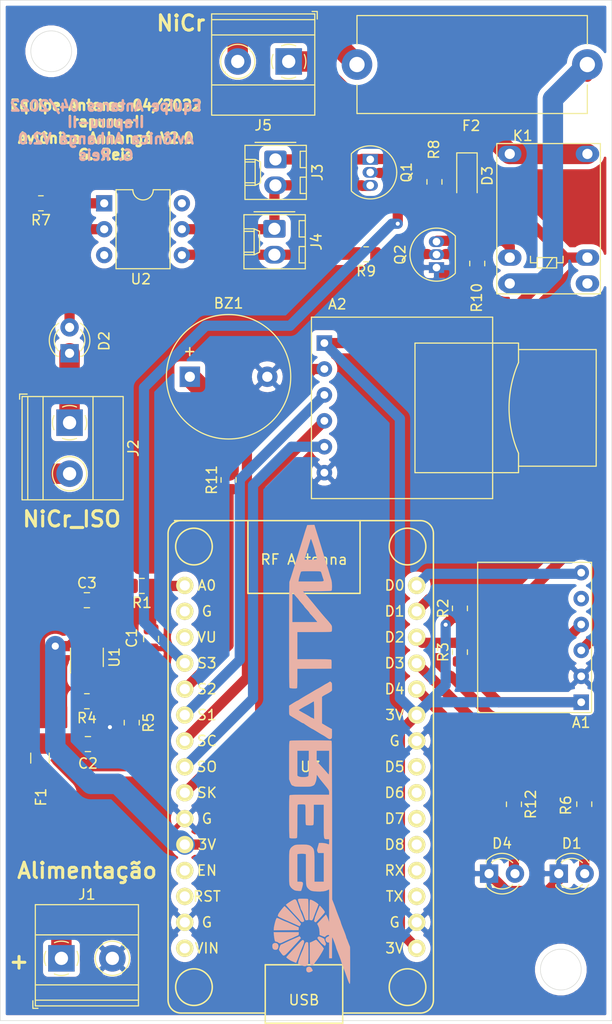
<source format=kicad_pcb>
(kicad_pcb (version 20171130) (host pcbnew 5.1.12-84ad8e8a86~92~ubuntu16.04.1)
  (layers (0 F.Cu signal) (31 B.Cu signal) (34 B.Paste user) (35 F.Paste user) (36 B.SilkS user) (37 F.SilkS user) (38 B.Mask user) (39 F.Mask user) (44 Edge.Cuts user))
  (net 0 "")
  (net 1 /3V3)
  (net 2 GND)
  (net 3 /SCL_MASTER)
  (net 4 /SDA_MASTER)
  (net 5 "Net-(A1-Pad5)")
  (net 6 /SD0_BMP280)
  (net 7 /CS)
  (net 8 /MOSI)
  (net 9 /SCLK)
  (net 10 /MISO)
  (net 11 "Net-(BZ1-Pad1)")
  (net 12 /ADC)
  (net 13 "Net-(C2-Pad1)")
  (net 14 "Net-(D1-Pad2)")
  (net 15 "Net-(D2-Pad2)")
  (net 16 /GND_ISO)
  (net 17 "Net-(D3-Pad2)")
  (net 18 "Net-(D4-Pad2)")
  (net 19 /Vbat)
  (net 20 "Net-(F2-Pad1)")
  (net 21 "Net-(F2-Pad2)")
  (net 22 /NiCr_ISO)
  (net 23 "Net-(J3-Pad2)")
  (net 24 "Net-(J4-Pad2)")
  (net 25 "Net-(J5-Pad1)")
  (net 26 "Net-(K1-Pad1)")
  (net 27 "Net-(Q1-Pad2)")
  (net 28 "Net-(Q2-Pad2)")
  (net 29 "Net-(R4-Pad1)")
  (net 30 /LedAcionamento)
  (net 31 "Net-(R7-Pad1)")
  (net 32 /IGN)
  (net 33 /Buzzer)
  (net 34 /LedStatus)
  (net 35 "Net-(U2-Pad3)")
  (net 36 "Net-(U2-Pad6)")
  (net 37 "Net-(U3-Pad2)")
  (net 38 "Net-(U3-Pad3)")
  (net 39 "Net-(U3-Pad12)")
  (net 40 "Net-(U3-Pad13)")
  (net 41 "Net-(U3-Pad15)")
  (net 42 "Net-(U3-Pad18)")
  (net 43 "Net-(U3-Pad19)")
  (net 44 "Net-(U3-Pad20)")
  (net 45 "Net-(U3-Pad21)")
  (net 46 "Net-(U3-Pad22)")
  (net 47 "Net-(U3-Pad23)")
  (net 48 "Net-(U1-Pad4)")
  (module Relay_THT:Relay_SPDT_HJR-4102 (layer F.Cu) (at 145.29 61.76)
    (fp_text reference K1 (at 1.27 -1.778) (layer F.SilkS))
    (fp_text value HK4100F-DC3V-SHG)
    (pad 5 thru_hole oval (at 7.62 0) (size 2.3 1.6) (drill 1) (layers *.Cu *.Mask) (net 25 "Net-(J5-Pad1)"))
    (pad 2 thru_hole oval (at 7.62 10.16) (size 2.3 1.6) (drill 1) (layers *.Cu *.Mask) (net 1 /3V3))
    (pad 6 thru_hole oval (at 0 0) (size 2.3 1.6) (drill 1) (layers *.Cu *.Mask) (net 25 "Net-(J5-Pad1)"))
    (pad 9 thru_hole oval (at 0 10.16) (size 2.3 1.6) (drill 1) (layers *.Cu *.Mask) (net 17 "Net-(D3-Pad2)"))
    (pad 1 thru_hole oval (at 7.62 12.7) (size 2.3 1.6) (drill 1) (layers *.Cu *.Mask) (net 26 "Net-(K1-Pad1)"))
    (pad 10 thru_hole oval (at 0 12.7) (size 2.3 1.6) (drill 1) (layers *.Cu *.Mask) (net 21 "Net-(F2-Pad2)"))
  )
  (module Logos:LogoIcaro (layer B.Cu) (at 125.78 120.59 270)
    (fp_text reference G*** hide)
    (fp_text value LOGO hide)
  )
  (module CharlesLabs:BMP280_Module (layer F.Cu) (at 152.3 115.5 180)
    (fp_text reference A1 (at 0 -2) (layer F.SilkS))
    (fp_text value BMP280_Module)
    (pad 1 thru_hole rect (at 0 0 180) (size 1.524 1.524) (drill 0.762) (layers *.Cu *.Mask) (net 1 /3V3))
    (pad 2 thru_hole circle (at 0 2.54 180) (size 1.524 1.524) (drill 0.762) (layers *.Cu *.Mask) (net 2 GND))
    (pad 3 thru_hole circle (at 0 5.08 180) (size 1.524 1.524) (drill 0.762) (layers *.Cu *.Mask) (net 3 /SCL_MASTER))
    (pad 4 thru_hole circle (at 0 7.62 180) (size 1.524 1.524) (drill 0.762) (layers *.Cu *.Mask) (net 4 /SDA_MASTER))
    (pad 5 thru_hole circle (at 0 10.16 180) (size 1.524 1.524) (drill 0.762) (layers *.Cu *.Mask) (net 5 "Net-(A1-Pad5)"))
    (pad 6 thru_hole circle (at 0 12.7 180) (size 1.524 1.524) (drill 0.762) (layers *.Cu *.Mask) (net 6 /SD0_BMP280))
  )
  (module CharlesLabs:SD_Card_Module (layer F.Cu) (at 127.1 80.3)
    (fp_text reference A2 (at 1.27 -3.81) (layer F.SilkS))
    (fp_text value SD_Card_Module)
    (pad 1 thru_hole rect (at 0 0) (size 1.524 1.524) (drill 0.762) (layers *.Cu *.Mask) (net 1 /3V3))
    (pad 2 thru_hole circle (at 0 2.54) (size 1.524 1.524) (drill 0.762) (layers *.Cu *.Mask) (net 7 /CS))
    (pad 3 thru_hole circle (at 0 5.08) (size 1.524 1.524) (drill 0.762) (layers *.Cu *.Mask) (net 8 /MOSI))
    (pad 4 thru_hole circle (at 0 7.62) (size 1.524 1.524) (drill 0.762) (layers *.Cu *.Mask) (net 9 /SCLK))
    (pad 5 thru_hole circle (at 0 10.16) (size 1.524 1.524) (drill 0.762) (layers *.Cu *.Mask) (net 10 /MISO))
    (pad 6 thru_hole circle (at 0 12.7) (size 1.524 1.524) (drill 0.762) (layers *.Cu *.Mask) (net 2 GND))
  )
  (module Buzzer_Beeper:Buzzer_12x9.5RM7.6 (layer F.Cu) (at 113.9 83.6)
    (fp_text reference BZ1 (at 3.8 -7.2) (layer F.SilkS))
    (fp_text value Buzzer)
    (fp_text user + (at -0.01 -2.54) (layer F.SilkS))
    (pad 1 thru_hole rect (at 0 0) (size 2 2) (drill 1) (layers *.Cu *.Mask) (net 11 "Net-(BZ1-Pad1)"))
    (pad 2 thru_hole circle (at 7.6 0) (size 2 2) (drill 1) (layers *.Cu *.Mask) (net 2 GND))
  )
  (module Capacitor_SMD:C_0805_2012Metric (layer F.Cu) (at 110.1 109.3 270)
    (fp_text reference C1 (at -0.1 1.9 90) (layer F.SilkS))
    (fp_text value 100n)
    (pad 2 smd roundrect (at 0.95 0 270) (size 1 1.45) (layers F.Cu F.Paste F.Mask) (net 2 GND))
    (pad 1 smd roundrect (at -0.95 0 270) (size 1 1.45) (layers F.Cu F.Paste F.Mask) (net 12 /ADC))
  )
  (module Capacitor_SMD:C_0805_2012Metric (layer F.Cu) (at 103.9 119.6)
    (fp_text reference C2 (at 0 1.9) (layer F.SilkS))
    (fp_text value 10u)
    (pad 1 smd roundrect (at -0.95 0) (size 1 1.45) (layers F.Cu F.Paste F.Mask) (net 13 "Net-(C2-Pad1)"))
    (pad 2 smd roundrect (at 0.95 0) (size 1 1.45) (layers F.Cu F.Paste F.Mask) (net 2 GND))
  )
  (module Capacitor_SMD:C_0805_2012Metric (layer F.Cu) (at 103.8 105.5)
    (fp_text reference C3 (at 0 -1.68) (layer F.SilkS))
    (fp_text value 10u)
    (pad 1 smd roundrect (at -0.95 0) (size 1 1.45) (layers F.Cu F.Paste F.Mask) (net 1 /3V3))
    (pad 2 smd roundrect (at 0.95 0) (size 1 1.45) (layers F.Cu F.Paste F.Mask) (net 2 GND))
  )
  (module LED_THT:LED_D3.0mm (layer F.Cu) (at 150.1 132.3)
    (fp_text reference D1 (at 1.27 -2.96) (layer F.SilkS))
    (fp_text value Green)
    (pad 1 thru_hole rect (at 0 0) (size 1.8 1.8) (drill 0.9) (layers *.Cu *.Mask) (net 2 GND))
    (pad 2 thru_hole circle (at 2.54 0) (size 1.8 1.8) (drill 0.9) (layers *.Cu *.Mask) (net 14 "Net-(D1-Pad2)"))
  )
  (module LED_THT:LED_D3.0mm (layer F.Cu) (at 102.1 81.3 90)
    (fp_text reference D2 (at 1.2 3.4 90) (layer F.SilkS))
    (fp_text value Red)
    (pad 2 thru_hole circle (at 2.54 0 90) (size 1.8 1.8) (drill 0.9) (layers *.Cu *.Mask) (net 15 "Net-(D2-Pad2)"))
    (pad 1 thru_hole rect (at 0 0 90) (size 1.8 1.8) (drill 0.9) (layers *.Cu *.Mask) (net 16 /GND_ISO))
  )
  (module Diode_SMD:D_SOD-123 (layer F.Cu) (at 141.09 63.91 270)
    (fp_text reference D3 (at 0 -2 90) (layer F.SilkS))
    (fp_text value 1N4148)
    (pad 1 smd rect (at -1.65 0 270) (size 0.9 1.2) (layers F.Cu F.Paste F.Mask) (net 1 /3V3))
    (pad 2 smd rect (at 1.65 0 270) (size 0.9 1.2) (layers F.Cu F.Paste F.Mask) (net 17 "Net-(D3-Pad2)"))
  )
  (module LED_THT:LED_D3.0mm (layer F.Cu) (at 143.26 132.3)
    (fp_text reference D4 (at 1.27 -2.96) (layer F.SilkS))
    (fp_text value Green)
    (pad 1 thru_hole rect (at 0 0) (size 1.8 1.8) (drill 0.9) (layers *.Cu *.Mask) (net 2 GND))
    (pad 2 thru_hole circle (at 2.54 0) (size 1.8 1.8) (drill 0.9) (layers *.Cu *.Mask) (net 18 "Net-(D4-Pad2)"))
  )
  (module Fuse:Fuse_1206_3216Metric_Castellated (layer F.Cu) (at 99.2 120.975 270)
    (fp_text reference F1 (at 3.825 -0.1 90) (layer F.SilkS))
    (fp_text value Polyfuse_Small)
    (pad 1 smd roundrect (at -1.425 0 270) (size 1.6 1.65) (layers F.Cu F.Paste F.Mask) (roundrect_rratio 0.15625) (net 13 "Net-(C2-Pad1)"))
    (pad 2 smd roundrect (at 1.425 0 270) (size 1.6 1.65) (layers F.Cu F.Paste F.Mask) (roundrect_rratio 0.15625) (net 19 /Vbat))
  )
  (module Fuse:Fuseholder_Cylinder-5x20mm_Stelvio-Kontek_PTF78_Horizontal_Open (layer F.Cu) (at 130.3 53)
    (fp_text reference F2 (at 11.2 6) (layer F.SilkS))
    (fp_text value Fuse)
    (pad 1 thru_hole circle (at 0 0) (size 3 3) (drill 1.5) (layers *.Cu *.Mask) (net 20 "Net-(F2-Pad1)"))
    (pad 2 thru_hole circle (at 22.6 0) (size 3 3) (drill 1.5) (layers *.Cu *.Mask) (net 21 "Net-(F2-Pad2)"))
  )
  (module TerminalBlock_Phoenix:TerminalBlock_Phoenix_MKDS-1,5-2_1x02_P5.00mm_Horizontal (layer F.Cu) (at 101.3 140.6)
    (fp_text reference J1 (at 2.5 -6.26) (layer F.SilkS))
    (fp_text value Screw_Terminal_01x02)
    (pad 2 thru_hole circle (at 5 0) (size 2.6 2.6) (drill 1.3) (layers *.Cu *.Mask) (net 2 GND))
    (pad 1 thru_hole rect (at 0 0) (size 2.6 2.6) (drill 1.3) (layers *.Cu *.Mask) (net 19 /Vbat))
  )
  (module TerminalBlock_Phoenix:TerminalBlock_Phoenix_MKDS-1,5-2_1x02_P5.00mm_Horizontal (layer F.Cu) (at 102.1 88.1 270)
    (fp_text reference J2 (at 2.5 -6.26 90) (layer F.SilkS))
    (fp_text value Screw_Terminal_01x02)
    (pad 1 thru_hole rect (at 0 0 270) (size 2.6 2.6) (drill 1.3) (layers *.Cu *.Mask) (net 16 /GND_ISO))
    (pad 2 thru_hole circle (at 5 0 270) (size 2.6 2.6) (drill 1.3) (layers *.Cu *.Mask) (net 22 /NiCr_ISO))
  )
  (module Connector_Molex:Molex_KK-254_AE-6410-02A_1x02_P2.54mm_Vertical (layer F.Cu) (at 122.3 62.3 270)
    (fp_text reference J3 (at 1.27 -4.12 90) (layer F.SilkS))
    (fp_text value Header_1x2)
    (pad 2 thru_hole oval (at 2.54 0 270) (size 1.74 2.19) (drill 1.19) (layers *.Cu *.Mask) (net 23 "Net-(J3-Pad2)"))
    (pad 1 thru_hole roundrect (at 0 0 270) (size 1.74 2.19) (drill 1.19) (layers *.Cu *.Mask) (roundrect_rratio 0.1436775862068966) (net 1 /3V3))
  )
  (module Connector_Molex:Molex_KK-254_AE-6410-02A_1x02_P2.54mm_Vertical (layer F.Cu) (at 122.2 69.1 270)
    (fp_text reference J4 (at 1.27 -4.12 90) (layer F.SilkS))
    (fp_text value Header_1x2)
    (pad 1 thru_hole roundrect (at 0 0 270) (size 1.74 2.19) (drill 1.19) (layers *.Cu *.Mask) (roundrect_rratio 0.1436775862068966) (net 23 "Net-(J3-Pad2)"))
    (pad 2 thru_hole oval (at 2.54 0 270) (size 1.74 2.19) (drill 1.19) (layers *.Cu *.Mask) (net 24 "Net-(J4-Pad2)"))
  )
  (module TerminalBlock_Phoenix:TerminalBlock_Phoenix_MKDS-1,5-2_1x02_P5.00mm_Horizontal (layer F.Cu) (at 123.6 52.7 180)
    (fp_text reference J5 (at 2.5 -6.26) (layer F.SilkS))
    (fp_text value Screw_Terminal_01x02)
    (pad 1 thru_hole rect (at 0 0 180) (size 2.6 2.6) (drill 1.3) (layers *.Cu *.Mask) (net 25 "Net-(J5-Pad1)"))
    (pad 2 thru_hole circle (at 5 0 180) (size 2.6 2.6) (drill 1.3) (layers *.Cu *.Mask) (net 20 "Net-(F2-Pad1)"))
  )
  (module Package_TO_SOT_THT:TO-92_Inline (layer F.Cu) (at 131.6 62.3 270)
    (fp_text reference Q1 (at 1.27 -3.56 90) (layer F.SilkS))
    (fp_text value 2N3906)
    (pad 2 thru_hole oval (at 1.27 0 270) (size 1.05 1.5) (drill 0.75) (layers *.Cu *.Mask) (net 27 "Net-(Q1-Pad2)"))
    (pad 3 thru_hole oval (at 2.54 0 270) (size 1.05 1.5) (drill 0.75) (layers *.Cu *.Mask) (net 23 "Net-(J3-Pad2)"))
    (pad 1 thru_hole rect (at 0 0 270) (size 1.05 1.5) (drill 0.75) (layers *.Cu *.Mask) (net 1 /3V3))
  )
  (module Package_TO_SOT_THT:TO-92_Inline (layer F.Cu) (at 138.1 72.9 90)
    (fp_text reference Q2 (at 1.27 -3.56 90) (layer F.SilkS))
    (fp_text value PN2222A)
    (pad 1 thru_hole rect (at 0 0 90) (size 1.05 1.5) (drill 0.75) (layers *.Cu *.Mask) (net 2 GND))
    (pad 3 thru_hole oval (at 2.54 0 90) (size 1.05 1.5) (drill 0.75) (layers *.Cu *.Mask) (net 17 "Net-(D3-Pad2)"))
    (pad 2 thru_hole oval (at 1.27 0 90) (size 1.05 1.5) (drill 0.75) (layers *.Cu *.Mask) (net 28 "Net-(Q2-Pad2)"))
  )
  (module Resistor_SMD:R_0805_2012Metric (layer F.Cu) (at 109.2 104.1 180)
    (fp_text reference R1 (at 0 -1.65) (layer F.SilkS))
    (fp_text value 1M)
    (pad 2 smd roundrect (at 0.9125 0 180) (size 1.025 1.4) (layers F.Cu F.Paste F.Mask) (roundrect_rratio 0.2439014634146341) (net 19 /Vbat))
    (pad 1 smd roundrect (at -0.9125 0 180) (size 1.025 1.4) (layers F.Cu F.Paste F.Mask) (roundrect_rratio 0.2439014634146341) (net 12 /ADC))
  )
  (module Resistor_SMD:R_0805_2012Metric (layer F.Cu) (at 140.4 106.3 90)
    (fp_text reference R2 (at 0 -1.65 90) (layer F.SilkS))
    (fp_text value 4.7K)
    (pad 2 smd roundrect (at 0.9125 0 90) (size 1.025 1.4) (layers F.Cu F.Paste F.Mask) (roundrect_rratio 0.2439014634146341) (net 3 /SCL_MASTER))
    (pad 1 smd roundrect (at -0.9125 0 90) (size 1.025 1.4) (layers F.Cu F.Paste F.Mask) (roundrect_rratio 0.2439014634146341) (net 1 /3V3))
  )
  (module Resistor_SMD:R_0805_2012Metric (layer F.Cu) (at 140.4 110.5875 90)
    (fp_text reference R3 (at 0 -1.65 90) (layer F.SilkS))
    (fp_text value 4.7K)
    (pad 1 smd roundrect (at -0.9125 0 90) (size 1.025 1.4) (layers F.Cu F.Paste F.Mask) (roundrect_rratio 0.2439014634146341) (net 1 /3V3))
    (pad 2 smd roundrect (at 0.9125 0 90) (size 1.025 1.4) (layers F.Cu F.Paste F.Mask) (roundrect_rratio 0.2439014634146341) (net 4 /SDA_MASTER))
  )
  (module Resistor_SMD:R_0805_2012Metric (layer F.Cu) (at 103.8 115.4 180)
    (fp_text reference R4 (at 0 -1.65) (layer F.SilkS))
    (fp_text value 0)
    (pad 2 smd roundrect (at 0.9125 0 180) (size 1.025 1.4) (layers F.Cu F.Paste F.Mask) (roundrect_rratio 0.2439014634146341) (net 13 "Net-(C2-Pad1)"))
    (pad 1 smd roundrect (at -0.9125 0 180) (size 1.025 1.4) (layers F.Cu F.Paste F.Mask) (roundrect_rratio 0.2439014634146341) (net 29 "Net-(R4-Pad1)"))
  )
  (module Resistor_SMD:R_0805_2012Metric (layer F.Cu) (at 108.2 117.5 270)
    (fp_text reference R5 (at 0 -1.65 90) (layer F.SilkS))
    (fp_text value 1M)
    (pad 1 smd roundrect (at -0.9125 0 270) (size 1.025 1.4) (layers F.Cu F.Paste F.Mask) (roundrect_rratio 0.2439014634146341) (net 29 "Net-(R4-Pad1)"))
    (pad 2 smd roundrect (at 0.9125 0 270) (size 1.025 1.4) (layers F.Cu F.Paste F.Mask) (roundrect_rratio 0.2439014634146341) (net 2 GND))
  )
  (module Resistor_SMD:R_0805_2012Metric (layer F.Cu) (at 152.6 125.4875 270)
    (fp_text reference R6 (at 0.1125 1.8 90) (layer F.SilkS))
    (fp_text value 125)
    (pad 1 smd roundrect (at -0.9125 0 270) (size 1.025 1.4) (layers F.Cu F.Paste F.Mask) (roundrect_rratio 0.2439014634146341) (net 30 /LedAcionamento))
    (pad 2 smd roundrect (at 0.9125 0 270) (size 1.025 1.4) (layers F.Cu F.Paste F.Mask) (roundrect_rratio 0.2439014634146341) (net 14 "Net-(D1-Pad2)"))
  )
  (module Resistor_SMD:R_0805_2012Metric (layer F.Cu) (at 99.2875 66.6 180)
    (fp_text reference R7 (at 0 -1.65) (layer F.SilkS))
    (fp_text value 75)
    (pad 1 smd roundrect (at -0.9125 0 180) (size 1.025 1.4) (layers F.Cu F.Paste F.Mask) (roundrect_rratio 0.2439014634146341) (net 31 "Net-(R7-Pad1)"))
    (pad 2 smd roundrect (at 0.9125 0 180) (size 1.025 1.4) (layers F.Cu F.Paste F.Mask) (roundrect_rratio 0.2439014634146341) (net 22 /NiCr_ISO))
  )
  (module Resistor_SMD:R_0805_2012Metric (layer F.Cu) (at 137.9 64.5 270)
    (fp_text reference R8 (at -3.17 0.05 90) (layer F.SilkS))
    (fp_text value 3.3K)
    (pad 2 smd roundrect (at 0.9125 0 270) (size 1.025 1.4) (layers F.Cu F.Paste F.Mask) (roundrect_rratio 0.2439014634146341) (net 32 /IGN))
    (pad 1 smd roundrect (at -0.9125 0 270) (size 1.025 1.4) (layers F.Cu F.Paste F.Mask) (roundrect_rratio 0.2439014634146341) (net 27 "Net-(Q1-Pad2)"))
  )
  (module Resistor_SMD:R_0805_2012Metric (layer F.Cu) (at 131.2 71.6 180)
    (fp_text reference R9 (at 0 -1.65) (layer F.SilkS))
    (fp_text value 330)
    (pad 2 smd roundrect (at 0.9125 0 180) (size 1.025 1.4) (layers F.Cu F.Paste F.Mask) (roundrect_rratio 0.2439014634146341) (net 24 "Net-(J4-Pad2)"))
    (pad 1 smd roundrect (at -0.9125 0 180) (size 1.025 1.4) (layers F.Cu F.Paste F.Mask) (roundrect_rratio 0.2439014634146341) (net 28 "Net-(Q2-Pad2)"))
  )
  (module Resistor_SMD:R_0805_2012Metric (layer F.Cu) (at 142.1 72.5 270)
    (fp_text reference R10 (at 3.36 0.05 90) (layer F.SilkS))
    (fp_text value 10K)
    (pad 1 smd roundrect (at -0.9125 0 270) (size 1.025 1.4) (layers F.Cu F.Paste F.Mask) (roundrect_rratio 0.2439014634146341) (net 28 "Net-(Q2-Pad2)"))
    (pad 2 smd roundrect (at 0.9125 0 270) (size 1.025 1.4) (layers F.Cu F.Paste F.Mask) (roundrect_rratio 0.2439014634146341) (net 2 GND))
  )
  (module Resistor_SMD:R_0805_2012Metric (layer F.Cu) (at 117.7 93.7125 90)
    (fp_text reference R11 (at 0 -1.65 90) (layer F.SilkS))
    (fp_text value 100)
    (pad 1 smd roundrect (at -0.9125 0 90) (size 1.025 1.4) (layers F.Cu F.Paste F.Mask) (roundrect_rratio 0.2439014634146341) (net 33 /Buzzer))
    (pad 2 smd roundrect (at 0.9125 0 90) (size 1.025 1.4) (layers F.Cu F.Paste F.Mask) (roundrect_rratio 0.2439014634146341) (net 11 "Net-(BZ1-Pad1)"))
  )
  (module Resistor_SMD:R_0805_2012Metric (layer F.Cu) (at 145.7 125.5 270)
    (fp_text reference R12 (at 0 -1.65 90) (layer F.SilkS))
    (fp_text value 125)
    (pad 2 smd roundrect (at 0.9125 0 270) (size 1.025 1.4) (layers F.Cu F.Paste F.Mask) (roundrect_rratio 0.2439014634146341) (net 18 "Net-(D4-Pad2)"))
    (pad 1 smd roundrect (at -0.9125 0 270) (size 1.025 1.4) (layers F.Cu F.Paste F.Mask) (roundrect_rratio 0.2439014634146341) (net 34 /LedStatus))
  )
  (module Package_TO_SOT_SMD:SOT-23-5 (layer F.Cu) (at 103.8 111.1 90)
    (fp_text reference U1 (at 0 2.7 90) (layer F.SilkS))
    (fp_text value ME6217C33M5G)
    (pad 1 smd rect (at -1.1 -0.95 90) (size 1.06 0.65) (layers F.Cu F.Paste F.Mask) (net 29 "Net-(R4-Pad1)"))
    (pad 2 smd rect (at -1.1 0 90) (size 1.06 0.65) (layers F.Cu F.Paste F.Mask) (net 2 GND))
    (pad 3 smd rect (at -1.1 0.95 90) (size 1.06 0.65) (layers F.Cu F.Paste F.Mask) (net 13 "Net-(C2-Pad1)"))
    (pad 4 smd rect (at 1.1 0.95 90) (size 1.06 0.65) (layers F.Cu F.Paste F.Mask) (net 48 "Net-(U1-Pad4)"))
    (pad 5 smd rect (at 1.1 -0.95 90) (size 1.06 0.65) (layers F.Cu F.Paste F.Mask) (net 1 /3V3))
  )
  (module Package_DIP:DIP-6_W7.62mm (layer F.Cu) (at 105.5 66.6)
    (fp_text reference U2 (at 3.59 7.43) (layer F.SilkS))
    (fp_text value 4N32M)
    (pad 1 thru_hole rect (at 0 0) (size 1.6 1.6) (drill 0.8) (layers *.Cu *.Mask) (net 31 "Net-(R7-Pad1)"))
    (pad 4 thru_hole oval (at 7.62 5.08) (size 1.6 1.6) (drill 0.8) (layers *.Cu *.Mask) (net 24 "Net-(J4-Pad2)"))
    (pad 2 thru_hole oval (at 0 2.54) (size 1.6 1.6) (drill 0.8) (layers *.Cu *.Mask) (net 15 "Net-(D2-Pad2)"))
    (pad 5 thru_hole oval (at 7.62 2.54) (size 1.6 1.6) (drill 0.8) (layers *.Cu *.Mask) (net 23 "Net-(J3-Pad2)"))
    (pad 3 thru_hole oval (at 0 5.08) (size 1.6 1.6) (drill 0.8) (layers *.Cu *.Mask) (net 35 "Net-(U2-Pad3)"))
    (pad 6 thru_hole oval (at 7.62 0) (size 1.6 1.6) (drill 0.8) (layers *.Cu *.Mask) (net 36 "Net-(U2-Pad6)"))
  )
  (module ESP8266:ESP12F-Devkit-V3 (layer F.Cu) (at 125.1 123.1)
    (fp_text reference U3 (at 0.635 -1.27) (layer F.SilkS))
    (fp_text value "NodeMCU1.0(ESP-12E)")
    (fp_text user USB (at 0 21.59) (layer F.SilkS))
    (fp_text user "RF Antenna" (at 0 -21.59) (layer F.SilkS))
    (fp_text user VIN (at -9.525 16.51) (layer F.SilkS))
    (fp_text user G (at -9.525 13.97) (layer F.SilkS))
    (fp_text user RST (at -9.525 11.43) (layer F.SilkS))
    (fp_text user EN (at -9.525 8.89) (layer F.SilkS))
    (fp_text user 3V (at -9.525 6.35) (layer F.SilkS))
    (fp_text user G (at -9.525 3.81) (layer F.SilkS))
    (fp_text user SK (at -9.525 1.27) (layer F.SilkS))
    (fp_text user SO (at -9.525 -1.27) (layer F.SilkS))
    (fp_text user SC (at -9.525 -3.81) (layer F.SilkS))
    (fp_text user S1 (at -9.525 -6.35) (layer F.SilkS))
    (fp_text user S2 (at -9.525 -8.89) (layer F.SilkS))
    (fp_text user S3 (at -9.525 -11.43) (layer F.SilkS))
    (fp_text user VU (at -9.525 -13.97) (layer F.SilkS))
    (fp_text user G (at -9.525 -16.51) (layer F.SilkS))
    (fp_text user A0 (at -9.525 -19.05) (layer F.SilkS))
    (fp_text user 3V (at 8.89 16.51) (layer F.SilkS))
    (fp_text user G (at 8.89 13.97) (layer F.SilkS))
    (fp_text user TX (at 8.89 11.43) (layer F.SilkS))
    (fp_text user RX (at 8.89 8.89) (layer F.SilkS))
    (fp_text user D8 (at 8.89 6.35) (layer F.SilkS))
    (fp_text user D7 (at 8.89 3.81) (layer F.SilkS))
    (fp_text user D6 (at 8.89 1.27) (layer F.SilkS))
    (fp_text user D5 (at 8.89 -1.27) (layer F.SilkS))
    (fp_text user G (at 8.89 -3.81) (layer F.SilkS))
    (fp_text user 3V (at 8.89 -6.35) (layer F.SilkS))
    (fp_text user D4 (at 8.89 -8.89) (layer F.SilkS))
    (fp_text user D3 (at 8.89 -11.43) (layer F.SilkS))
    (fp_text user D2 (at 8.89 -13.97) (layer F.SilkS))
    (fp_text user D1 (at 8.89 -16.51) (layer F.SilkS))
    (fp_text user D0 (at 8.89 -19.05) (layer F.SilkS))
    (pad 1 thru_hole circle (at -11.695 -19.05) (size 1.7 1.7) (drill 1) (layers *.Cu *.Mask F.SilkS) (net 12 /ADC))
    (pad 2 thru_hole circle (at -11.695 -16.51) (size 1.7 1.7) (drill 1) (layers *.Cu *.Mask F.SilkS) (net 37 "Net-(U3-Pad2)"))
    (pad 3 thru_hole circle (at -11.695 -13.97) (size 1.7 1.7) (drill 1) (layers *.Cu *.Mask F.SilkS) (net 38 "Net-(U3-Pad3)"))
    (pad 4 thru_hole circle (at -11.695 -11.43) (size 1.7 1.7) (drill 1) (layers *.Cu *.Mask F.SilkS) (net 32 /IGN))
    (pad 5 thru_hole circle (at -11.695 -8.89) (size 1.7 1.7) (drill 1) (layers *.Cu *.Mask F.SilkS) (net 33 /Buzzer))
    (pad 6 thru_hole circle (at -11.695 -6.35) (size 1.7 1.7) (drill 1) (layers *.Cu *.Mask F.SilkS) (net 8 /MOSI))
    (pad 7 thru_hole circle (at -11.695 -3.81) (size 1.7 1.7) (drill 1) (layers *.Cu *.Mask F.SilkS) (net 7 /CS))
    (pad 8 thru_hole circle (at -11.695 -1.27) (size 1.7 1.7) (drill 1) (layers *.Cu *.Mask F.SilkS) (net 10 /MISO))
    (pad 9 thru_hole circle (at -11.695 1.27) (size 1.7 1.7) (drill 1) (layers *.Cu *.Mask F.SilkS) (net 9 /SCLK))
    (pad 10 thru_hole circle (at -11.695 3.81) (size 1.7 1.7) (drill 1) (layers *.Cu *.Mask F.SilkS) (net 2 GND))
    (pad 11 thru_hole circle (at -11.695 6.35) (size 1.7 1.7) (drill 1) (layers *.Cu *.Mask F.SilkS) (net 1 /3V3))
    (pad 12 thru_hole circle (at -11.695 8.89) (size 1.7 1.7) (drill 1) (layers *.Cu *.Mask F.SilkS) (net 39 "Net-(U3-Pad12)"))
    (pad 13 thru_hole circle (at -11.695 11.43) (size 1.7 1.7) (drill 1) (layers *.Cu *.Mask F.SilkS) (net 40 "Net-(U3-Pad13)"))
    (pad 14 thru_hole circle (at -11.695 13.97) (size 1.7 1.7) (drill 1) (layers *.Cu *.Mask F.SilkS) (net 2 GND))
    (pad 15 thru_hole circle (at -11.695 16.51) (size 1.7 1.7) (drill 1) (layers *.Cu *.Mask F.SilkS) (net 41 "Net-(U3-Pad15)"))
    (pad 16 thru_hole circle (at 11.06 16.51) (size 1.7 1.7) (drill 1) (layers *.Cu *.Mask F.SilkS) (net 1 /3V3))
    (pad 17 thru_hole circle (at 11.06 13.97) (size 1.7 1.7) (drill 1) (layers *.Cu *.Mask F.SilkS) (net 2 GND))
    (pad 18 thru_hole circle (at 11.06 11.43) (size 1.7 1.7) (drill 1) (layers *.Cu *.Mask F.SilkS) (net 42 "Net-(U3-Pad18)"))
    (pad 19 thru_hole circle (at 11.06 8.89) (size 1.7 1.7) (drill 1) (layers *.Cu *.Mask F.SilkS) (net 43 "Net-(U3-Pad19)"))
    (pad 20 thru_hole circle (at 11.06 6.35) (size 1.7 1.7) (drill 1) (layers *.Cu *.Mask F.SilkS) (net 44 "Net-(U3-Pad20)"))
    (pad 21 thru_hole circle (at 11.06 3.81) (size 1.7 1.7) (drill 1) (layers *.Cu *.Mask F.SilkS) (net 45 "Net-(U3-Pad21)"))
    (pad 22 thru_hole circle (at 11.06 1.27) (size 1.7 1.7) (drill 1) (layers *.Cu *.Mask F.SilkS) (net 46 "Net-(U3-Pad22)"))
    (pad 23 thru_hole circle (at 11.06 -1.27) (size 1.7 1.7) (drill 1) (layers *.Cu *.Mask F.SilkS) (net 47 "Net-(U3-Pad23)"))
    (pad 24 thru_hole circle (at 11.06 -3.81) (size 1.7 1.7) (drill 1) (layers *.Cu *.Mask F.SilkS) (net 2 GND))
    (pad 25 thru_hole circle (at 11.06 -6.35) (size 1.7 1.7) (drill 1) (layers *.Cu *.Mask F.SilkS) (net 1 /3V3))
    (pad 26 thru_hole circle (at 11.06 -8.89) (size 1.7 1.7) (drill 1) (layers *.Cu *.Mask F.SilkS) (net 34 /LedStatus))
    (pad 27 thru_hole circle (at 11.06 -11.43) (size 1.7 1.7) (drill 1) (layers *.Cu *.Mask F.SilkS) (net 30 /LedAcionamento))
    (pad 28 thru_hole circle (at 11.06 -13.97) (size 1.7 1.7) (drill 1) (layers *.Cu *.Mask F.SilkS) (net 4 /SDA_MASTER))
    (pad 29 thru_hole circle (at 11.06 -16.51) (size 1.7 1.7) (drill 1) (layers *.Cu *.Mask F.SilkS) (net 3 /SCL_MASTER))
    (pad 30 thru_hole circle (at 11.06 -19.05) (size 1.7 1.7) (drill 1) (layers *.Cu *.Mask F.SilkS) (net 6 /SD0_BMP280))
  )
  (gr_text NiCr (at 113.02 48.95) (layer F.SilkS) (effects (font (size 1.5 1.5) (thickness 0.3))))
  (gr_text NiCr_ISO (at 102.32 97.55) (layer F.SilkS) (effects (font (size 1.5 1.5) (thickness 0.3))))
  (gr_text + (at 97.14 140.88) (layer F.SilkS) (effects (font (size 1.5 1.5) (thickness 0.3))))
  (gr_text Alimentação (at 103.82 132) (layer F.SilkS) (effects (font (size 1.5 1.5) (thickness 0.3))))
  (gr_text "Equipe Antares 04/2022\nIrapuru-II\nAviônica Anhangá V2.0\nG. Reis" (at 105.66 59.47) (layer B.SilkS) (effects (font (size 1 1) (thickness 0.25)) (justify mirror)))
  (gr_text "Equipe Antares 04/2022\nIrapuru-II\nAviônica Anhangá V2.0\nG. Reis" (at 105.66 59.41) (layer F.SilkS) (effects (font (size 1 1) (thickness 0.25))))
  (gr_circle (center 150.3 141.7) (end 152.3 141.7) (layer Edge.Cuts) (width 0.05))
  (gr_circle (center 100.3 51.7) (end 102.3 51.7) (layer Edge.Cuts) (width 0.05))
  (gr_line (start 95.3 46.7) (end 95.3 146.7) (layer Edge.Cuts) (width 0.05))
  (gr_line (start 155.3 46.7) (end 155.3 146.7) (layer Edge.Cuts) (width 0.05))
  (gr_line (start 95.3 146.7) (end 155.3 146.7) (layer Edge.Cuts) (width 0.05))
  (gr_line (start 95.3 46.7) (end 155.3 46.7) (layer Edge.Cuts) (width 0.05))
  (segment (start 140.4 107.2125) (end 139.6875 107.2125) (width 1) (layer F.Cu) (net 1))
  (segment (start 139.6875 107.2125) (end 139 107.9) (width 1) (layer F.Cu) (net 1))
  (via (at 139 107.9) (size 0.8) (drill 0.4) (layers F.Cu B.Cu) (net 1))
  (segment (start 140.4 111.5) (end 140.4 111.7) (width 1) (layer F.Cu) (net 1))
  (segment (start 144.2 115.5) (end 152.3 115.5) (width 1) (layer F.Cu) (net 1))
  (segment (start 140.4 111.7) (end 144.2 115.5) (width 1) (layer F.Cu) (net 1))
  (segment (start 134.509999 118.400001) (end 136.16 116.75) (width 1) (layer F.Cu) (net 1))
  (segment (start 134.509999 137.959999) (end 134.509999 118.400001) (width 1) (layer F.Cu) (net 1))
  (segment (start 126 129.45) (end 135.175 138.625) (width 1) (layer F.Cu) (net 1))
  (segment (start 113.405 129.45) (end 126 129.45) (width 1) (layer F.Cu) (net 1))
  (segment (start 135.175 138.625) (end 134.509999 137.959999) (width 1) (layer F.Cu) (net 1))
  (segment (start 136.16 139.61) (end 135.175 138.625) (width 1) (layer F.Cu) (net 1))
  (via (at 100.7 110) (size 1.4) (drill 0.7) (layers F.Cu B.Cu) (net 1))
  (segment (start 102.85 109.25) (end 102.1 110) (width 1) (layer F.Cu) (net 1))
  (segment (start 102.85 105.5) (end 102.85 109.25) (width 1) (layer F.Cu) (net 1))
  (segment (start 102.1 110) (end 100.7 110) (width 1) (layer F.Cu) (net 1))
  (segment (start 102.85 110) (end 102.1 110) (width 1) (layer F.Cu) (net 1))
  (segment (start 136.16 116.652002) (end 136.16 116.75) (width 1) (layer B.Cu) (net 1))
  (segment (start 139 113.812002) (end 136.16 116.652002) (width 1) (layer B.Cu) (net 1))
  (segment (start 139 107.9) (end 139 113.812002) (width 1) (layer B.Cu) (net 1))
  (segment (start 137.41 115.5) (end 136.16 116.75) (width 1) (layer B.Cu) (net 1))
  (segment (start 152.3 115.5) (end 137.41 115.5) (width 1) (layer B.Cu) (net 1))
  (segment (start 100.7 110) (end 100.7 120) (width 2) (layer B.Cu) (net 1))
  (segment (start 100.7 120) (end 104.2 123.5) (width 2) (layer B.Cu) (net 1))
  (segment (start 112.372999 129.060001) (end 113.015001 129.060001) (width 2) (layer B.Cu) (net 1))
  (segment (start 113.015001 129.060001) (end 113.405 129.45) (width 2) (layer B.Cu) (net 1))
  (segment (start 106.812998 123.5) (end 112.372999 129.060001) (width 2) (layer B.Cu) (net 1))
  (segment (start 104.2 123.5) (end 106.812998 123.5) (width 2) (layer B.Cu) (net 1))
  (segment (start 134.509999 87.709999) (end 127.1 80.3) (width 1) (layer B.Cu) (net 1))
  (segment (start 134.509999 115.099999) (end 134.509999 87.709999) (width 1) (layer B.Cu) (net 1))
  (segment (start 136.16 116.75) (end 134.509999 115.099999) (width 1) (layer B.Cu) (net 1))
  (segment (start 130.771153 62.3) (end 122.3 62.3) (width 1) (layer F.Cu) (net 1))
  (segment (start 141.09 62.26) (end 132.388847 62.26) (width 1) (layer F.Cu) (net 1))
  (segment (start 130.826163 62.24499) (end 130.771153 62.3) (width 1) (layer F.Cu) (net 1))
  (segment (start 132.388847 62.26) (end 132.373837 62.24499) (width 1) (layer F.Cu) (net 1))
  (segment (start 132.373837 62.24499) (end 130.826163 62.24499) (width 1) (layer F.Cu) (net 1))
  (segment (start 150.75 71.92) (end 152.91 71.92) (width 1) (layer F.Cu) (net 1))
  (segment (start 141.09 62.26) (end 150.75 71.92) (width 1) (layer F.Cu) (net 1))
  (segment (start 150.76 71.92) (end 142.38 80.3) (width 1) (layer F.Cu) (net 1))
  (segment (start 142.38 80.3) (end 127.1 80.3) (width 1) (layer F.Cu) (net 1))
  (segment (start 152.91 71.92) (end 150.76 71.92) (width 1) (layer F.Cu) (net 1))
  (segment (start 138.55749 73.4125) (end 138.1 72.95501) (width 1) (layer F.Cu) (net 2))
  (segment (start 142.1 73.4125) (end 138.55749 73.4125) (width 1) (layer F.Cu) (net 2))
  (segment (start 150.1 132.3) (end 150.1 132.9) (width 1) (layer F.Cu) (net 2))
  (segment (start 148.999999 134.000001) (end 144.960001 134.000001) (width 1) (layer F.Cu) (net 2))
  (segment (start 144.960001 134.000001) (end 143.26 132.3) (width 1) (layer F.Cu) (net 2))
  (segment (start 150.1 132.9) (end 148.999999 134.000001) (width 1) (layer F.Cu) (net 2))
  (segment (start 109.5 110.25) (end 104.75 105.5) (width 1) (layer F.Cu) (net 2))
  (segment (start 110.1 110.25) (end 109.5 110.25) (width 1) (layer F.Cu) (net 2))
  (segment (start 103.52499 104.27499) (end 104.75 105.5) (width 0.4) (layer F.Cu) (net 2))
  (segment (start 99.499999 107.064323) (end 102.289332 104.27499) (width 0.4) (layer F.Cu) (net 2))
  (segment (start 100.123999 111.200001) (end 99.499999 110.576001) (width 0.4) (layer F.Cu) (net 2))
  (segment (start 102.289332 104.27499) (end 103.52499 104.27499) (width 0.4) (layer F.Cu) (net 2))
  (segment (start 101.396002 111.08) (end 101.276001 111.200001) (width 0.4) (layer F.Cu) (net 2))
  (segment (start 99.499999 110.576001) (end 99.499999 107.064323) (width 0.4) (layer F.Cu) (net 2))
  (segment (start 103.485002 111.08) (end 101.396002 111.08) (width 0.4) (layer F.Cu) (net 2))
  (segment (start 103.8 111.394998) (end 103.485002 111.08) (width 0.4) (layer F.Cu) (net 2))
  (segment (start 101.276001 111.200001) (end 100.123999 111.200001) (width 0.4) (layer F.Cu) (net 2))
  (segment (start 103.8 112.2) (end 103.8 111.394998) (width 0.4) (layer F.Cu) (net 2))
  (via (at 106.06 117.94) (size 0.8) (drill 0.4) (layers F.Cu B.Cu) (net 2))
  (segment (start 107.0125 119.6) (end 108.2 118.4125) (width 1) (layer F.Cu) (net 2))
  (segment (start 104.85 119.6) (end 107.0125 119.6) (width 1) (layer F.Cu) (net 2))
  (segment (start 137.3625 105.3875) (end 136.16 106.59) (width 1) (layer F.Cu) (net 3))
  (segment (start 140.4 105.3875) (end 137.3625 105.3875) (width 1) (layer F.Cu) (net 3))
  (segment (start 140.4 105.3875) (end 146.5125 105.3875) (width 1) (layer F.Cu) (net 3))
  (segment (start 146.5125 105.3875) (end 151 100.9) (width 1) (layer F.Cu) (net 3))
  (segment (start 151 100.9) (end 153.3 100.9) (width 1) (layer F.Cu) (net 3))
  (segment (start 153.862001 101.462001) (end 153.862001 108.857999) (width 1) (layer F.Cu) (net 3))
  (segment (start 153.862001 108.857999) (end 152.3 110.42) (width 1) (layer F.Cu) (net 3))
  (segment (start 153.3 100.9) (end 153.862001 101.462001) (width 1) (layer F.Cu) (net 3))
  (segment (start 150.505 109.675) (end 152.3 107.88) (width 1) (layer F.Cu) (net 4))
  (segment (start 140.4 109.675) (end 150.505 109.675) (width 1) (layer F.Cu) (net 4))
  (segment (start 136.705 109.675) (end 136.16 109.13) (width 1) (layer F.Cu) (net 4))
  (segment (start 140.4 109.675) (end 136.705 109.675) (width 1) (layer F.Cu) (net 4))
  (segment (start 136.16 104.05) (end 137.3 102.91) (width 1) (layer B.Cu) (net 6))
  (segment (start 152.19 102.91) (end 152.3 102.8) (width 1) (layer B.Cu) (net 6))
  (segment (start 137.3 102.91) (end 152.19 102.91) (width 1) (layer B.Cu) (net 6))
  (segment (start 127.1 82.84) (end 126.02237 82.84) (width 1) (layer F.Cu) (net 7))
  (segment (start 113.405 119.192002) (end 113.405 119.29) (width 1) (layer F.Cu) (net 7))
  (segment (start 126.02237 82.84) (end 119.50001 89.36236) (width 1) (layer F.Cu) (net 7))
  (segment (start 119.50001 89.36236) (end 119.50001 113.096992) (width 1) (layer F.Cu) (net 7))
  (segment (start 119.50001 113.096992) (end 113.405 119.192002) (width 1) (layer F.Cu) (net 7))
  (segment (start 127.1 85.38) (end 118.8 93.68) (width 1) (layer B.Cu) (net 8))
  (segment (start 118.8 111.355) (end 113.405 116.75) (width 1) (layer B.Cu) (net 8))
  (segment (start 118.8 93.68) (end 118.8 111.355) (width 1) (layer B.Cu) (net 8))
  (segment (start 120.80002 94.21998) (end 120.80002 116.97498) (width 1) (layer F.Cu) (net 9))
  (segment (start 120.80002 116.97498) (end 113.405 124.37) (width 1) (layer F.Cu) (net 9))
  (segment (start 127.1 87.92) (end 120.80002 94.21998) (width 1) (layer F.Cu) (net 9))
  (segment (start 127.1 90.46) (end 123.85849 90.46) (width 1) (layer B.Cu) (net 10))
  (segment (start 123.85849 90.46) (end 120.10001 94.21848) (width 1) (layer B.Cu) (net 10))
  (segment (start 120.10001 115.13499) (end 113.405 121.83) (width 1) (layer B.Cu) (net 10))
  (segment (start 120.10001 94.21848) (end 120.10001 115.13499) (width 1) (layer B.Cu) (net 10))
  (segment (start 117.7 87.4) (end 113.9 83.6) (width 2) (layer F.Cu) (net 11))
  (segment (start 117.7 92.8) (end 117.7 87.4) (width 2) (layer F.Cu) (net 11))
  (segment (start 110.1125 108.3375) (end 110.1 108.35) (width 1) (layer F.Cu) (net 12))
  (segment (start 110.1125 104.1) (end 110.1125 108.3375) (width 1) (layer F.Cu) (net 12))
  (segment (start 113.355 104.1) (end 113.405 104.05) (width 1) (layer F.Cu) (net 12))
  (segment (start 110.1125 104.1) (end 113.355 104.1) (width 1) (layer F.Cu) (net 12))
  (segment (start 102.9 119.55) (end 102.95 119.6) (width 2) (layer F.Cu) (net 13))
  (segment (start 99.2 119.55) (end 102.9 119.55) (width 2) (layer F.Cu) (net 13))
  (segment (start 102.8875 119.5375) (end 102.9 119.55) (width 2) (layer F.Cu) (net 13))
  (segment (start 102.8875 115.4) (end 102.8875 119.5375) (width 1) (layer F.Cu) (net 13))
  (segment (start 102.95 120.325) (end 104.395 121.77) (width 1) (layer F.Cu) (net 13))
  (segment (start 102.95 119.6) (end 102.95 120.325) (width 1) (layer F.Cu) (net 13))
  (segment (start 104.395 121.77) (end 108.7 121.77) (width 1) (layer F.Cu) (net 13))
  (segment (start 108.7 121.77) (end 110.37 120.1) (width 1) (layer F.Cu) (net 13))
  (segment (start 108.316002 112.2) (end 104.925001 112.2) (width 1) (layer F.Cu) (net 13))
  (segment (start 110.37 114.253998) (end 108.316002 112.2) (width 1) (layer F.Cu) (net 13))
  (segment (start 110.37 120.1) (end 110.37 114.253998) (width 1) (layer F.Cu) (net 13))
  (segment (start 152.6 132.26) (end 152.64 132.3) (width 1) (layer F.Cu) (net 14))
  (segment (start 152.6 126.4) (end 152.6 132.26) (width 1) (layer F.Cu) (net 14))
  (segment (start 105.5 69.14) (end 103.56 69.14) (width 1) (layer F.Cu) (net 15))
  (segment (start 102.1 70.6) (end 102.1 78.76) (width 1) (layer F.Cu) (net 15))
  (segment (start 103.56 69.14) (end 102.1 70.6) (width 1) (layer F.Cu) (net 15))
  (segment (start 102.1 88.1) (end 102.1 81.3) (width 2) (layer F.Cu) (net 16))
  (segment (start 145.29 71.92) (end 145.29 70.85) (width 1) (layer F.Cu) (net 17))
  (segment (start 138.18501 70.27499) (end 138.15501 70.30499) (width 1) (layer F.Cu) (net 17))
  (segment (start 138.15501 70.30499) (end 138.1 70.30499) (width 1) (layer F.Cu) (net 17))
  (segment (start 144.71499 70.27499) (end 138.18501 70.27499) (width 1) (layer F.Cu) (net 17))
  (segment (start 145.29 70.85) (end 144.71499 70.27499) (width 1) (layer F.Cu) (net 17))
  (segment (start 141.09 66.65) (end 145.29 70.85) (width 1) (layer F.Cu) (net 17))
  (segment (start 141.09 65.56) (end 141.09 66.65) (width 1) (layer F.Cu) (net 17))
  (segment (start 145.7 132.2) (end 145.8 132.3) (width 1) (layer F.Cu) (net 18))
  (segment (start 145.7 126.4125) (end 145.7 132.2) (width 1) (layer F.Cu) (net 18))
  (segment (start 108.2875 104.1) (end 108.2875 103.9875) (width 1) (layer F.Cu) (net 19))
  (segment (start 108.2875 103.9875) (end 106.3 102) (width 1) (layer F.Cu) (net 19))
  (segment (start 106.3 102) (end 102.5 102) (width 1) (layer F.Cu) (net 19))
  (segment (start 102.5 102) (end 96.7 107.8) (width 1) (layer F.Cu) (net 19))
  (segment (start 96.7 119.9) (end 99.2 122.4) (width 1) (layer F.Cu) (net 19))
  (segment (start 96.7 107.8) (end 96.7 119.9) (width 1) (layer F.Cu) (net 19))
  (segment (start 101.3 124.5) (end 99.2 122.4) (width 2) (layer F.Cu) (net 19))
  (segment (start 101.3 140.6) (end 101.3 124.5) (width 2) (layer F.Cu) (net 19))
  (segment (start 118.6 52.7) (end 118.6 49.9) (width 2) (layer F.Cu) (net 20))
  (segment (start 118.6 49.9) (end 119.6 48.9) (width 2) (layer F.Cu) (net 20))
  (segment (start 126.2 48.9) (end 130.3 53) (width 2) (layer F.Cu) (net 20))
  (segment (start 119.6 48.9) (end 126.2 48.9) (width 2) (layer F.Cu) (net 20))
  (segment (start 152.9 53) (end 152.9 54.2) (width 1) (layer F.Cu) (net 21))
  (segment (start 152.9 53) (end 149.52 56.38) (width 2) (layer B.Cu) (net 21))
  (segment (start 148.44 74.46) (end 145.29 74.46) (width 2) (layer B.Cu) (net 21))
  (segment (start 149.52 73.38) (end 148.44 74.46) (width 2) (layer B.Cu) (net 21))
  (segment (start 149.52 56.38) (end 149.52 73.38) (width 2) (layer B.Cu) (net 21))
  (segment (start 102.1 93.1) (end 100 93.1) (width 2) (layer F.Cu) (net 22))
  (segment (start 98.375 91.475) (end 98.375 66.6) (width 2) (layer F.Cu) (net 22))
  (segment (start 100 93.1) (end 98.375 91.475) (width 2) (layer F.Cu) (net 22))
  (segment (start 130.826163 64.89501) (end 131.6 64.89501) (width 1) (layer F.Cu) (net 23))
  (segment (start 130.771153 64.84) (end 130.826163 64.89501) (width 1) (layer F.Cu) (net 23))
  (segment (start 122.3 64.84) (end 130.771153 64.84) (width 1) (layer F.Cu) (net 23))
  (segment (start 122.16 69.14) (end 122.2 69.1) (width 1) (layer F.Cu) (net 23))
  (segment (start 113.12 69.14) (end 122.16 69.14) (width 1) (layer F.Cu) (net 23))
  (segment (start 122.2 64.94) (end 122.3 64.84) (width 1) (layer F.Cu) (net 23))
  (segment (start 122.2 69.1) (end 122.2 64.94) (width 1) (layer F.Cu) (net 23))
  (segment (start 130.2475 71.64) (end 130.2875 71.6) (width 1) (layer F.Cu) (net 24))
  (segment (start 122.2 71.64) (end 130.2475 71.64) (width 1) (layer F.Cu) (net 24))
  (segment (start 113.16 71.64) (end 113.12 71.68) (width 1) (layer F.Cu) (net 24))
  (segment (start 122.2 71.64) (end 113.16 71.64) (width 1) (layer F.Cu) (net 24))
  (segment (start 145.29 61.76) (end 152.91 61.76) (width 2) (layer F.Cu) (net 25))
  (segment (start 125.855998 52.7) (end 131.845998 58.69) (width 2) (layer F.Cu) (net 25))
  (segment (start 123.6 52.7) (end 125.855998 52.7) (width 2) (layer F.Cu) (net 25))
  (segment (start 142.22 58.69) (end 145.29 61.76) (width 2) (layer F.Cu) (net 25))
  (segment (start 131.845998 58.69) (end 142.22 58.69) (width 2) (layer F.Cu) (net 25))
  (segment (start 132.990001 63.625001) (end 132.483848 63.625001) (width 1) (layer F.Cu) (net 27))
  (segment (start 133.027502 63.5875) (end 132.990001 63.625001) (width 1) (layer F.Cu) (net 27))
  (segment (start 137.9 63.5875) (end 133.027502 63.5875) (width 1) (layer F.Cu) (net 27))
  (segment (start 131.6475 63.5875) (end 133.027502 63.5875) (width 0.8) (layer F.Cu) (net 27))
  (segment (start 131.63 63.57) (end 131.6475 63.5875) (width 0.8) (layer F.Cu) (net 27))
  (segment (start 131.6 63.57) (end 131.63 63.57) (width 0.8) (layer F.Cu) (net 27))
  (segment (start 139.784999 71.574999) (end 138.983848 71.574999) (width 1) (layer F.Cu) (net 28))
  (segment (start 139.7975 71.5875) (end 139.784999 71.574999) (width 1) (layer F.Cu) (net 28))
  (segment (start 142.1 71.5875) (end 139.7975 71.5875) (width 1) (layer F.Cu) (net 28))
  (segment (start 136.709999 71.574999) (end 137.216152 71.574999) (width 1) (layer F.Cu) (net 28))
  (segment (start 136.684998 71.6) (end 136.709999 71.574999) (width 1) (layer F.Cu) (net 28))
  (segment (start 132.1125 71.6) (end 136.684998 71.6) (width 1) (layer F.Cu) (net 28))
  (segment (start 138.928847 71.63) (end 138.983848 71.574999) (width 0.8) (layer F.Cu) (net 28))
  (segment (start 138.1 71.63) (end 138.928847 71.63) (width 0.8) (layer F.Cu) (net 28))
  (segment (start 136.765 71.63) (end 136.709999 71.574999) (width 0.8) (layer F.Cu) (net 28))
  (segment (start 138.1 71.63) (end 136.765 71.63) (width 0.8) (layer F.Cu) (net 28))
  (segment (start 104.7125 115.4) (end 104.7125 114.7) (width 0.8) (layer F.Cu) (net 29))
  (segment (start 103.442501 113.430001) (end 102.914999 113.430001) (width 0.8) (layer F.Cu) (net 29))
  (segment (start 104.7125 114.7) (end 103.442501 113.430001) (width 0.8) (layer F.Cu) (net 29))
  (segment (start 102.774999 113.290001) (end 102.774999 112.2) (width 0.8) (layer F.Cu) (net 29))
  (segment (start 102.914999 113.430001) (end 102.774999 113.290001) (width 0.8) (layer F.Cu) (net 29))
  (segment (start 107.0125 115.4) (end 108.2 116.5875) (width 1) (layer F.Cu) (net 29))
  (segment (start 104.7125 115.4) (end 107.0125 115.4) (width 1) (layer F.Cu) (net 29))
  (segment (start 149.065 124.575) (end 136.16 111.67) (width 1) (layer F.Cu) (net 30))
  (segment (start 152.6 124.575) (end 149.065 124.575) (width 1) (layer F.Cu) (net 30))
  (segment (start 100.2 66.6) (end 105.5 66.6) (width 1) (layer F.Cu) (net 31))
  (segment (start 137.9 65.4125) (end 135.7875 65.4125) (width 1) (layer F.Cu) (net 32))
  (segment (start 135.7875 65.4125) (end 134.3 66.9) (width 1) (layer F.Cu) (net 32))
  (segment (start 134.3 66.9) (end 134.3 68.6) (width 1) (layer F.Cu) (net 32))
  (via (at 134.3 68.6) (size 0.8) (drill 0.4) (layers F.Cu B.Cu) (net 32))
  (segment (start 133.734315 68.6) (end 123.734315 78.6) (width 1) (layer B.Cu) (net 32))
  (segment (start 134.3 68.6) (end 133.734315 68.6) (width 1) (layer B.Cu) (net 32))
  (segment (start 115.459998 78.6) (end 109.4 84.659998) (width 1) (layer B.Cu) (net 32))
  (segment (start 123.734315 78.6) (end 115.459998 78.6) (width 1) (layer B.Cu) (net 32))
  (segment (start 109.4 107.665) (end 113.405 111.67) (width 1) (layer B.Cu) (net 32))
  (segment (start 109.4 84.659998) (end 109.4 107.665) (width 1) (layer B.Cu) (net 32))
  (segment (start 117.7 109.915) (end 113.405 114.21) (width 1) (layer F.Cu) (net 33))
  (segment (start 117.7 94.625) (end 117.7 109.915) (width 1) (layer F.Cu) (net 33))
  (segment (start 145.7 123.75) (end 136.16 114.21) (width 1) (layer F.Cu) (net 34))
  (segment (start 145.7 124.5875) (end 145.7 123.75) (width 1) (layer F.Cu) (net 34))
  (zone (net 2) (net_name GND) (layer F.Cu) (connect_pads (clearance 0.508)) (min_thickness 0.254) (fill yes (arc_segments 32) (thermal_gap 0.508) (thermal_bridge_width 0.508))
    (polygon (pts (xy 155.28 146.68) (xy 95.32 146.68) (xy 95.32 46.72) (xy 155.28 46.72)))
  )
  (zone (net 2) (net_name GND) (layer B.Cu) (connect_pads (clearance 0.508)) (min_thickness 0.254) (fill yes (arc_segments 32) (thermal_gap 0.508) (thermal_bridge_width 0.508))
    (polygon (pts (xy 155.28 146.68) (xy 95.32 146.68) (xy 95.32 46.72) (xy 155.28 46.72)))
  )
)
</source>
